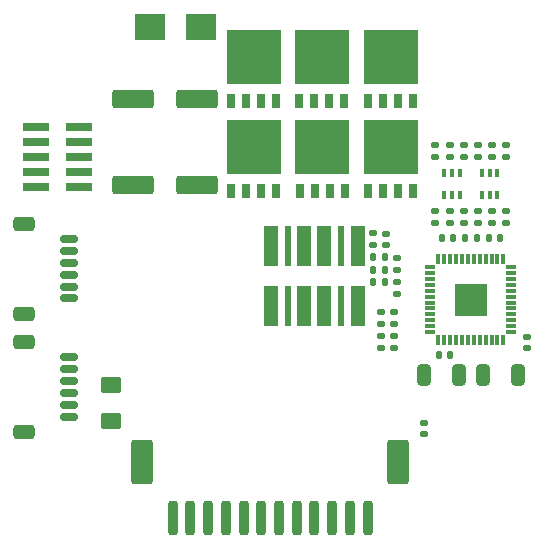
<source format=gbr>
%TF.GenerationSoftware,KiCad,Pcbnew,8.0.7*%
%TF.CreationDate,2025-04-07T22:13:35-04:00*%
%TF.ProjectId,motor-controller,6d6f746f-722d-4636-9f6e-74726f6c6c65,1*%
%TF.SameCoordinates,Original*%
%TF.FileFunction,Paste,Bot*%
%TF.FilePolarity,Positive*%
%FSLAX46Y46*%
G04 Gerber Fmt 4.6, Leading zero omitted, Abs format (unit mm)*
G04 Created by KiCad (PCBNEW 8.0.7) date 2025-04-07 22:13:35*
%MOMM*%
%LPD*%
G01*
G04 APERTURE LIST*
G04 Aperture macros list*
%AMRoundRect*
0 Rectangle with rounded corners*
0 $1 Rounding radius*
0 $2 $3 $4 $5 $6 $7 $8 $9 X,Y pos of 4 corners*
0 Add a 4 corners polygon primitive as box body*
4,1,4,$2,$3,$4,$5,$6,$7,$8,$9,$2,$3,0*
0 Add four circle primitives for the rounded corners*
1,1,$1+$1,$2,$3*
1,1,$1+$1,$4,$5*
1,1,$1+$1,$6,$7*
1,1,$1+$1,$8,$9*
0 Add four rect primitives between the rounded corners*
20,1,$1+$1,$2,$3,$4,$5,0*
20,1,$1+$1,$4,$5,$6,$7,0*
20,1,$1+$1,$6,$7,$8,$9,0*
20,1,$1+$1,$8,$9,$2,$3,0*%
G04 Aperture macros list end*
%ADD10RoundRect,0.140000X-0.170000X0.140000X-0.170000X-0.140000X0.170000X-0.140000X0.170000X0.140000X0*%
%ADD11R,2.200000X0.800000*%
%ADD12RoundRect,0.200000X-0.200000X-1.250000X0.200000X-1.250000X0.200000X1.250000X-0.200000X1.250000X0*%
%ADD13RoundRect,0.250000X-0.650000X-1.650000X0.650000X-1.650000X0.650000X1.650000X-0.650000X1.650000X0*%
%ADD14RoundRect,0.135000X0.185000X-0.135000X0.185000X0.135000X-0.185000X0.135000X-0.185000X-0.135000X0*%
%ADD15R,0.650000X1.150000*%
%ADD16R,4.600000X4.650000*%
%ADD17RoundRect,0.250000X-1.500000X-0.550000X1.500000X-0.550000X1.500000X0.550000X-1.500000X0.550000X0*%
%ADD18RoundRect,0.250000X-0.325000X-0.650000X0.325000X-0.650000X0.325000X0.650000X-0.325000X0.650000X0*%
%ADD19RoundRect,0.140000X0.140000X0.170000X-0.140000X0.170000X-0.140000X-0.170000X0.140000X-0.170000X0*%
%ADD20RoundRect,0.250001X-0.624999X0.462499X-0.624999X-0.462499X0.624999X-0.462499X0.624999X0.462499X0*%
%ADD21RoundRect,0.150000X0.625000X-0.150000X0.625000X0.150000X-0.625000X0.150000X-0.625000X-0.150000X0*%
%ADD22RoundRect,0.250000X0.650000X-0.350000X0.650000X0.350000X-0.650000X0.350000X-0.650000X-0.350000X0*%
%ADD23RoundRect,0.135000X-0.135000X-0.185000X0.135000X-0.185000X0.135000X0.185000X-0.135000X0.185000X0*%
%ADD24RoundRect,0.135000X-0.185000X0.135000X-0.185000X-0.135000X0.185000X-0.135000X0.185000X0.135000X0*%
%ADD25RoundRect,0.140000X0.170000X-0.140000X0.170000X0.140000X-0.170000X0.140000X-0.170000X-0.140000X0*%
%ADD26R,2.500000X2.300000*%
%ADD27R,1.200000X3.400000*%
%ADD28R,0.600000X3.400000*%
%ADD29RoundRect,0.100000X-0.100000X0.225000X-0.100000X-0.225000X0.100000X-0.225000X0.100000X0.225000X0*%
%ADD30R,0.300000X0.850000*%
%ADD31R,0.850000X0.300000*%
%ADD32R,2.800000X2.800000*%
%ADD33RoundRect,0.250000X0.325000X0.650000X-0.325000X0.650000X-0.325000X-0.650000X0.325000X-0.650000X0*%
G04 APERTURE END LIST*
D10*
%TO.C,C4*%
X231750000Y-152270000D03*
X231750000Y-153230000D03*
%TD*%
D11*
%TO.C,J6*%
X190180000Y-139540000D03*
X193820000Y-139540000D03*
X190180000Y-138270000D03*
X193820000Y-138270000D03*
X190180000Y-137000000D03*
X193820000Y-137000000D03*
X190180000Y-135730000D03*
X193820000Y-135730000D03*
X190180000Y-134460000D03*
X193820000Y-134460000D03*
%TD*%
D12*
%TO.C,J5*%
X201750000Y-167575000D03*
X203250000Y-167575000D03*
X204750000Y-167575000D03*
X206250000Y-167575000D03*
X207750000Y-167575000D03*
X209250000Y-167575000D03*
X210750000Y-167575000D03*
X212250000Y-167575000D03*
X213750000Y-167575000D03*
X215250000Y-167575000D03*
X216750000Y-167575000D03*
X218250000Y-167575000D03*
D13*
X199150000Y-162875000D03*
X220850000Y-162875000D03*
%TD*%
D14*
%TO.C,R38*%
X219350000Y-151159999D03*
X219350000Y-150140001D03*
%TD*%
D15*
%TO.C,Q3*%
X222104999Y-132300000D03*
X220835000Y-132300000D03*
X219565000Y-132300000D03*
X218295001Y-132300000D03*
D16*
X220200000Y-128600000D03*
%TD*%
D14*
%TO.C,R17*%
X219350000Y-153159999D03*
X219350000Y-152140001D03*
%TD*%
D15*
%TO.C,Q5*%
X210504999Y-132300000D03*
X209235000Y-132300000D03*
X207965000Y-132300000D03*
X206695001Y-132300000D03*
D16*
X208600000Y-128600000D03*
%TD*%
D17*
%TO.C,C23*%
X198400000Y-139400000D03*
X203800000Y-139400000D03*
%TD*%
D18*
%TO.C,C8*%
X228024999Y-155500000D03*
X230975001Y-155500000D03*
%TD*%
D15*
%TO.C,Q1*%
X216254998Y-132300000D03*
X214984999Y-132300000D03*
X213714999Y-132300000D03*
X212445000Y-132300000D03*
D16*
X214349999Y-128600000D03*
%TD*%
D19*
%TO.C,C7*%
X227480000Y-143900000D03*
X226520000Y-143900000D03*
%TD*%
D14*
%TO.C,R14*%
X225200000Y-137009999D03*
X225200000Y-135990001D03*
%TD*%
%TO.C,R10*%
X227600000Y-137009999D03*
X227600000Y-135990001D03*
%TD*%
D20*
%TO.C,F2*%
X196550000Y-156362500D03*
X196550000Y-159337500D03*
%TD*%
D21*
%TO.C,J1*%
X193000001Y-159000000D03*
X193000000Y-158000000D03*
X193000000Y-157000000D03*
X193000000Y-156000000D03*
X193000000Y-155000000D03*
X193000001Y-154000000D03*
D22*
X189125000Y-160300000D03*
X189125000Y-152700000D03*
%TD*%
D23*
%TO.C,R22*%
X218690001Y-145525000D03*
X219709999Y-145525000D03*
%TD*%
D24*
%TO.C,R9*%
X227600000Y-141590001D03*
X227600000Y-142609999D03*
%TD*%
%TO.C,R21*%
X218725000Y-143490001D03*
X218725000Y-144509999D03*
%TD*%
D15*
%TO.C,Q4*%
X222104999Y-139900000D03*
X220835000Y-139900000D03*
X219565000Y-139900000D03*
X218295001Y-139900000D03*
D16*
X220200000Y-136200000D03*
%TD*%
D25*
%TO.C,C11*%
X220500000Y-151129999D03*
X220500000Y-150169999D03*
%TD*%
D24*
%TO.C,R12*%
X224000000Y-141590001D03*
X224000000Y-142609999D03*
%TD*%
D21*
%TO.C,J3*%
X193000001Y-149000000D03*
X193000000Y-148000000D03*
X193000000Y-147000000D03*
X193000000Y-146000000D03*
X193000000Y-145000000D03*
X193000001Y-144000000D03*
D22*
X189125000Y-150300000D03*
X189125000Y-142700000D03*
%TD*%
D26*
%TO.C,D6*%
X204150001Y-126000000D03*
X199849999Y-126000000D03*
%TD*%
D24*
%TO.C,R23*%
X220725000Y-145540001D03*
X220725000Y-146559999D03*
%TD*%
D17*
%TO.C,C22*%
X198400000Y-132100000D03*
X203800000Y-132100000D03*
%TD*%
D19*
%TO.C,C9*%
X225480000Y-143900000D03*
X224520000Y-143900000D03*
%TD*%
D14*
%TO.C,R5*%
X226400000Y-137009999D03*
X226400000Y-135990001D03*
%TD*%
D27*
%TO.C,R27*%
X212900000Y-144600001D03*
X210100000Y-144600001D03*
D28*
X211500000Y-144600000D03*
X211500000Y-149600000D03*
D27*
X212900000Y-149599999D03*
X210100000Y-149599999D03*
%TD*%
D29*
%TO.C,D2*%
X224750000Y-138350000D03*
X225400000Y-138350001D03*
X226050000Y-138350000D03*
X226050000Y-140250000D03*
X225400000Y-140249999D03*
X224750000Y-140250000D03*
%TD*%
D24*
%TO.C,R2*%
X228800000Y-141590001D03*
X228800000Y-142609999D03*
%TD*%
D27*
%TO.C,R18*%
X217400000Y-144600001D03*
X214600000Y-144600001D03*
D28*
X216000000Y-144600000D03*
X216000000Y-149600000D03*
D27*
X217400000Y-149599999D03*
X214600000Y-149599999D03*
%TD*%
D14*
%TO.C,R11*%
X224000000Y-137009999D03*
X224000000Y-135990001D03*
%TD*%
%TO.C,R25*%
X220500000Y-153159999D03*
X220500000Y-152140001D03*
%TD*%
D23*
%TO.C,R26*%
X218690001Y-146575000D03*
X219709999Y-146575000D03*
%TD*%
D24*
%TO.C,R19*%
X220750000Y-147640001D03*
X220750000Y-148659999D03*
%TD*%
%TO.C,R13*%
X225200000Y-141590001D03*
X225200000Y-142609999D03*
%TD*%
D25*
%TO.C,C10*%
X219800000Y-144480000D03*
X219800000Y-143520000D03*
%TD*%
D14*
%TO.C,R1*%
X228800000Y-137009999D03*
X228800000Y-135990001D03*
%TD*%
D15*
%TO.C,Q6*%
X210504999Y-139900000D03*
X209235000Y-139900000D03*
X207965000Y-139900000D03*
X206695001Y-139900000D03*
D16*
X208600000Y-136200000D03*
%TD*%
D23*
%TO.C,R24*%
X218690001Y-147625000D03*
X219709999Y-147625000D03*
%TD*%
D30*
%TO.C,U1*%
X229750000Y-152525000D03*
X229250000Y-152525000D03*
X228750000Y-152525000D03*
X228250000Y-152525000D03*
X227750000Y-152525000D03*
X227250000Y-152525000D03*
X226750000Y-152525000D03*
X226250000Y-152525000D03*
X225750000Y-152525000D03*
X225250000Y-152525000D03*
X224750000Y-152525000D03*
X224250000Y-152525000D03*
D31*
X223575000Y-151850000D03*
X223575000Y-151350000D03*
X223575000Y-150850000D03*
X223575000Y-150350000D03*
X223575000Y-149850000D03*
X223575000Y-149350000D03*
X223575000Y-148850000D03*
X223575000Y-148350000D03*
X223575000Y-147850000D03*
X223575000Y-147350000D03*
X223575000Y-146850000D03*
X223575000Y-146350000D03*
D30*
X224250000Y-145675000D03*
X224750000Y-145675000D03*
X225250000Y-145675000D03*
X225750000Y-145675000D03*
X226250000Y-145675000D03*
X226750000Y-145675000D03*
X227250000Y-145675000D03*
X227750000Y-145675000D03*
X228250000Y-145675000D03*
X228750000Y-145675000D03*
X229250000Y-145675000D03*
X229750000Y-145675000D03*
D31*
X230425000Y-146350000D03*
X230425000Y-146850000D03*
X230425000Y-147350000D03*
X230425000Y-147850000D03*
X230425000Y-148350000D03*
X230425000Y-148850000D03*
X230425000Y-149350000D03*
X230425000Y-149850000D03*
X230425000Y-150350000D03*
X230425000Y-150850000D03*
X230425000Y-151350000D03*
X230425000Y-151850000D03*
D32*
X227000000Y-149100000D03*
%TD*%
D29*
%TO.C,D1*%
X227950000Y-138350000D03*
X228600000Y-138350001D03*
X229250000Y-138350000D03*
X229250000Y-140250000D03*
X228600000Y-140249999D03*
X227950000Y-140250000D03*
%TD*%
D19*
%TO.C,C6*%
X225230000Y-153750000D03*
X224270000Y-153750000D03*
%TD*%
D15*
%TO.C,Q2*%
X216304999Y-139900000D03*
X215035000Y-139900000D03*
X213765000Y-139900000D03*
X212495001Y-139900000D03*
D16*
X214400000Y-136200000D03*
%TD*%
D33*
%TO.C,C2*%
X225975001Y-155500000D03*
X223024999Y-155500000D03*
%TD*%
D10*
%TO.C,C16*%
X223000000Y-159520000D03*
X223000000Y-160480000D03*
%TD*%
D24*
%TO.C,R6*%
X226400000Y-141590001D03*
X226400000Y-142609999D03*
%TD*%
D19*
%TO.C,C1*%
X229480000Y-143900000D03*
X228520000Y-143900000D03*
%TD*%
D24*
%TO.C,R3*%
X230000000Y-141590001D03*
X230000000Y-142609999D03*
%TD*%
D14*
%TO.C,R4*%
X230000000Y-137009999D03*
X230000000Y-135990001D03*
%TD*%
M02*

</source>
